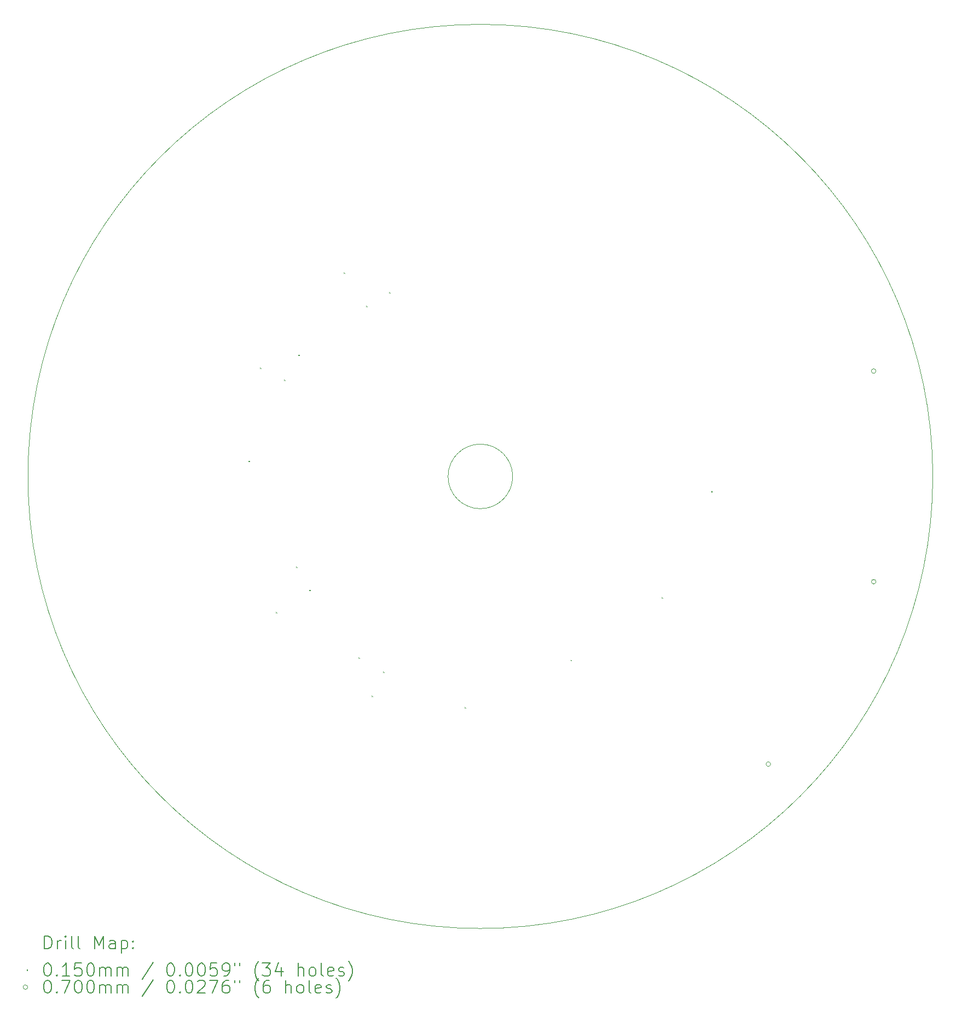
<source format=gbr>
%TF.GenerationSoftware,KiCad,Pcbnew,7.99.0-3356-g00904e8e23*%
%TF.CreationDate,2023-10-26T14:27:02+05:30*%
%TF.ProjectId,kimotor-project,6b696d6f-746f-4722-9d70-726f6a656374,rev?*%
%TF.SameCoordinates,Original*%
%TF.FileFunction,Drillmap*%
%TF.FilePolarity,Positive*%
%FSLAX45Y45*%
G04 Gerber Fmt 4.5, Leading zero omitted, Abs format (unit mm)*
G04 Created by KiCad (PCBNEW 7.99.0-3356-g00904e8e23) date 2023-10-26 14:27:02*
%MOMM*%
%LPD*%
G01*
G04 APERTURE LIST*
%ADD10C,0.100000*%
%ADD11C,0.200000*%
G04 APERTURE END LIST*
D10*
X500000Y0D02*
G75*
G02*
X500000Y0I-500000J0D01*
G01*
X7000000Y0D02*
G75*
G02*
X7000000Y0I-7000000J0D01*
G01*
X7000000Y0D02*
G75*
G02*
X7000000Y0I-7000000J0D01*
G01*
X500000Y0D02*
G75*
G02*
X500000Y0I-500000J0D01*
G01*
D11*
D10*
X-3586221Y242062D02*
X-3571221Y227062D01*
X-3571221Y242062D02*
X-3586221Y227062D01*
X-3586221Y242062D02*
X-3571221Y227062D01*
X-3571221Y242062D02*
X-3586221Y227062D01*
X-3409518Y1685189D02*
X-3394518Y1670189D01*
X-3394518Y1685189D02*
X-3409518Y1670189D01*
X-3409518Y1685189D02*
X-3394518Y1670189D01*
X-3394518Y1685189D02*
X-3409518Y1670189D01*
X-3161430Y-2099889D02*
X-3146430Y-2114889D01*
X-3146430Y-2099889D02*
X-3161430Y-2114889D01*
X-3161430Y-2099889D02*
X-3146430Y-2114889D01*
X-3146430Y-2099889D02*
X-3161430Y-2114889D01*
X-3038571Y1502259D02*
X-3023571Y1487259D01*
X-3023571Y1502259D02*
X-3038571Y1487259D01*
X-3038571Y1502259D02*
X-3023571Y1487259D01*
X-3023571Y1502259D02*
X-3038571Y1487259D01*
X-2853098Y-1395794D02*
X-2838098Y-1410793D01*
X-2838098Y-1395794D02*
X-2853098Y-1410793D01*
X-2853098Y-1395794D02*
X-2838098Y-1410793D01*
X-2838098Y-1395794D02*
X-2853098Y-1410793D01*
X-2817535Y1885105D02*
X-2802535Y1870105D01*
X-2802535Y1885105D02*
X-2817535Y1870105D01*
X-2817535Y1885105D02*
X-2802535Y1870105D01*
X-2802535Y1885105D02*
X-2817535Y1870105D01*
X-2645587Y-1755213D02*
X-2630587Y-1770213D01*
X-2630587Y-1755213D02*
X-2645587Y-1770213D01*
X-2645587Y-1755213D02*
X-2630587Y-1770213D01*
X-2630587Y-1755213D02*
X-2645587Y-1770213D01*
X-2114889Y3161430D02*
X-2099889Y3146430D01*
X-2099889Y3161430D02*
X-2114889Y3146430D01*
X-2114889Y3161430D02*
X-2099889Y3146430D01*
X-2099889Y3161430D02*
X-2114889Y3146430D01*
X-1885105Y-2802535D02*
X-1870105Y-2817535D01*
X-1870105Y-2802535D02*
X-1885105Y-2817535D01*
X-1885105Y-2802535D02*
X-1870105Y-2817535D01*
X-1870105Y-2802535D02*
X-1885105Y-2817535D01*
X-1770213Y2645587D02*
X-1755213Y2630587D01*
X-1755213Y2645587D02*
X-1770213Y2630587D01*
X-1770213Y2645587D02*
X-1755213Y2630587D01*
X-1755213Y2645587D02*
X-1770213Y2630587D01*
X-1685189Y-3394518D02*
X-1670189Y-3409518D01*
X-1670189Y-3394518D02*
X-1685189Y-3409518D01*
X-1685189Y-3394518D02*
X-1670189Y-3409518D01*
X-1670189Y-3394518D02*
X-1685189Y-3409518D01*
X-1502259Y-3023571D02*
X-1487259Y-3038571D01*
X-1487259Y-3023571D02*
X-1502259Y-3038571D01*
X-1502259Y-3023571D02*
X-1487259Y-3038571D01*
X-1487259Y-3023571D02*
X-1502259Y-3038571D01*
X-1410793Y2853098D02*
X-1395794Y2838098D01*
X-1395794Y2853098D02*
X-1410793Y2838098D01*
X-1410793Y2853098D02*
X-1395794Y2838098D01*
X-1395794Y2853098D02*
X-1410793Y2838098D01*
X-242062Y-3571221D02*
X-227062Y-3586221D01*
X-227062Y-3571221D02*
X-242062Y-3586221D01*
X-242062Y-3571221D02*
X-227062Y-3586221D01*
X-227062Y-3571221D02*
X-242062Y-3586221D01*
X1395794Y-2838098D02*
X1410793Y-2853098D01*
X1410793Y-2838098D02*
X1395794Y-2853098D01*
X1395794Y-2838098D02*
X1410793Y-2853098D01*
X1410793Y-2838098D02*
X1395794Y-2853098D01*
X2802535Y-1870105D02*
X2817535Y-1885105D01*
X2817535Y-1870105D02*
X2802535Y-1885105D01*
X2802535Y-1870105D02*
X2817535Y-1885105D01*
X2817535Y-1870105D02*
X2802535Y-1885105D01*
X3571221Y-227062D02*
X3586221Y-242062D01*
X3586221Y-227062D02*
X3571221Y-242062D01*
X3571221Y-227062D02*
X3586221Y-242062D01*
X3586221Y-227062D02*
X3571221Y-242062D01*
X4489773Y-4454773D02*
G75*
G02*
X4489773Y-4454773I-35000J0D01*
G01*
X4489773Y-4454773D02*
G75*
G02*
X4489773Y-4454773I-35000J0D01*
G01*
X6120333Y1630560D02*
G75*
G02*
X6120333Y1630560I-35000J0D01*
G01*
X6120333Y1630560D02*
G75*
G02*
X6120333Y1630560I-35000J0D01*
G01*
X6120333Y-1630560D02*
G75*
G02*
X6120333Y-1630560I-35000J0D01*
G01*
X6120333Y-1630560D02*
G75*
G02*
X6120333Y-1630560I-35000J0D01*
G01*
D11*
X-6744223Y-7316484D02*
X-6744223Y-7116484D01*
X-6744223Y-7116484D02*
X-6696604Y-7116484D01*
X-6696604Y-7116484D02*
X-6668033Y-7126008D01*
X-6668033Y-7126008D02*
X-6648985Y-7145055D01*
X-6648985Y-7145055D02*
X-6639461Y-7164103D01*
X-6639461Y-7164103D02*
X-6629937Y-7202198D01*
X-6629937Y-7202198D02*
X-6629937Y-7230769D01*
X-6629937Y-7230769D02*
X-6639461Y-7268865D01*
X-6639461Y-7268865D02*
X-6648985Y-7287912D01*
X-6648985Y-7287912D02*
X-6668033Y-7306960D01*
X-6668033Y-7306960D02*
X-6696604Y-7316484D01*
X-6696604Y-7316484D02*
X-6744223Y-7316484D01*
X-6544223Y-7316484D02*
X-6544223Y-7183150D01*
X-6544223Y-7221246D02*
X-6534699Y-7202198D01*
X-6534699Y-7202198D02*
X-6525175Y-7192674D01*
X-6525175Y-7192674D02*
X-6506128Y-7183150D01*
X-6506128Y-7183150D02*
X-6487080Y-7183150D01*
X-6420414Y-7316484D02*
X-6420414Y-7183150D01*
X-6420414Y-7116484D02*
X-6429937Y-7126008D01*
X-6429937Y-7126008D02*
X-6420414Y-7135531D01*
X-6420414Y-7135531D02*
X-6410890Y-7126008D01*
X-6410890Y-7126008D02*
X-6420414Y-7116484D01*
X-6420414Y-7116484D02*
X-6420414Y-7135531D01*
X-6296604Y-7316484D02*
X-6315652Y-7306960D01*
X-6315652Y-7306960D02*
X-6325175Y-7287912D01*
X-6325175Y-7287912D02*
X-6325175Y-7116484D01*
X-6191842Y-7316484D02*
X-6210890Y-7306960D01*
X-6210890Y-7306960D02*
X-6220414Y-7287912D01*
X-6220414Y-7287912D02*
X-6220414Y-7116484D01*
X-5963271Y-7316484D02*
X-5963271Y-7116484D01*
X-5963271Y-7116484D02*
X-5896604Y-7259341D01*
X-5896604Y-7259341D02*
X-5829937Y-7116484D01*
X-5829937Y-7116484D02*
X-5829937Y-7316484D01*
X-5648985Y-7316484D02*
X-5648985Y-7211722D01*
X-5648985Y-7211722D02*
X-5658509Y-7192674D01*
X-5658509Y-7192674D02*
X-5677556Y-7183150D01*
X-5677556Y-7183150D02*
X-5715652Y-7183150D01*
X-5715652Y-7183150D02*
X-5734699Y-7192674D01*
X-5648985Y-7306960D02*
X-5668033Y-7316484D01*
X-5668033Y-7316484D02*
X-5715652Y-7316484D01*
X-5715652Y-7316484D02*
X-5734699Y-7306960D01*
X-5734699Y-7306960D02*
X-5744223Y-7287912D01*
X-5744223Y-7287912D02*
X-5744223Y-7268865D01*
X-5744223Y-7268865D02*
X-5734699Y-7249817D01*
X-5734699Y-7249817D02*
X-5715652Y-7240293D01*
X-5715652Y-7240293D02*
X-5668033Y-7240293D01*
X-5668033Y-7240293D02*
X-5648985Y-7230769D01*
X-5553747Y-7183150D02*
X-5553747Y-7383150D01*
X-5553747Y-7192674D02*
X-5534699Y-7183150D01*
X-5534699Y-7183150D02*
X-5496604Y-7183150D01*
X-5496604Y-7183150D02*
X-5477556Y-7192674D01*
X-5477556Y-7192674D02*
X-5468033Y-7202198D01*
X-5468033Y-7202198D02*
X-5458509Y-7221246D01*
X-5458509Y-7221246D02*
X-5458509Y-7278388D01*
X-5458509Y-7278388D02*
X-5468033Y-7297436D01*
X-5468033Y-7297436D02*
X-5477556Y-7306960D01*
X-5477556Y-7306960D02*
X-5496604Y-7316484D01*
X-5496604Y-7316484D02*
X-5534699Y-7316484D01*
X-5534699Y-7316484D02*
X-5553747Y-7306960D01*
X-5372795Y-7297436D02*
X-5363271Y-7306960D01*
X-5363271Y-7306960D02*
X-5372795Y-7316484D01*
X-5372795Y-7316484D02*
X-5382318Y-7306960D01*
X-5382318Y-7306960D02*
X-5372795Y-7297436D01*
X-5372795Y-7297436D02*
X-5372795Y-7316484D01*
X-5372795Y-7192674D02*
X-5363271Y-7202198D01*
X-5363271Y-7202198D02*
X-5372795Y-7211722D01*
X-5372795Y-7211722D02*
X-5382318Y-7202198D01*
X-5382318Y-7202198D02*
X-5372795Y-7192674D01*
X-5372795Y-7192674D02*
X-5372795Y-7211722D01*
D10*
X-7020000Y-7637500D02*
X-7005000Y-7652500D01*
X-7005000Y-7637500D02*
X-7020000Y-7652500D01*
D11*
X-6706128Y-7536484D02*
X-6687080Y-7536484D01*
X-6687080Y-7536484D02*
X-6668033Y-7546008D01*
X-6668033Y-7546008D02*
X-6658509Y-7555531D01*
X-6658509Y-7555531D02*
X-6648985Y-7574579D01*
X-6648985Y-7574579D02*
X-6639461Y-7612674D01*
X-6639461Y-7612674D02*
X-6639461Y-7660293D01*
X-6639461Y-7660293D02*
X-6648985Y-7698388D01*
X-6648985Y-7698388D02*
X-6658509Y-7717436D01*
X-6658509Y-7717436D02*
X-6668033Y-7726960D01*
X-6668033Y-7726960D02*
X-6687080Y-7736484D01*
X-6687080Y-7736484D02*
X-6706128Y-7736484D01*
X-6706128Y-7736484D02*
X-6725175Y-7726960D01*
X-6725175Y-7726960D02*
X-6734699Y-7717436D01*
X-6734699Y-7717436D02*
X-6744223Y-7698388D01*
X-6744223Y-7698388D02*
X-6753747Y-7660293D01*
X-6753747Y-7660293D02*
X-6753747Y-7612674D01*
X-6753747Y-7612674D02*
X-6744223Y-7574579D01*
X-6744223Y-7574579D02*
X-6734699Y-7555531D01*
X-6734699Y-7555531D02*
X-6725175Y-7546008D01*
X-6725175Y-7546008D02*
X-6706128Y-7536484D01*
X-6553747Y-7717436D02*
X-6544223Y-7726960D01*
X-6544223Y-7726960D02*
X-6553747Y-7736484D01*
X-6553747Y-7736484D02*
X-6563271Y-7726960D01*
X-6563271Y-7726960D02*
X-6553747Y-7717436D01*
X-6553747Y-7717436D02*
X-6553747Y-7736484D01*
X-6353747Y-7736484D02*
X-6468033Y-7736484D01*
X-6410890Y-7736484D02*
X-6410890Y-7536484D01*
X-6410890Y-7536484D02*
X-6429937Y-7565055D01*
X-6429937Y-7565055D02*
X-6448985Y-7584103D01*
X-6448985Y-7584103D02*
X-6468033Y-7593627D01*
X-6172794Y-7536484D02*
X-6268033Y-7536484D01*
X-6268033Y-7536484D02*
X-6277556Y-7631722D01*
X-6277556Y-7631722D02*
X-6268033Y-7622198D01*
X-6268033Y-7622198D02*
X-6248985Y-7612674D01*
X-6248985Y-7612674D02*
X-6201366Y-7612674D01*
X-6201366Y-7612674D02*
X-6182318Y-7622198D01*
X-6182318Y-7622198D02*
X-6172794Y-7631722D01*
X-6172794Y-7631722D02*
X-6163271Y-7650769D01*
X-6163271Y-7650769D02*
X-6163271Y-7698388D01*
X-6163271Y-7698388D02*
X-6172794Y-7717436D01*
X-6172794Y-7717436D02*
X-6182318Y-7726960D01*
X-6182318Y-7726960D02*
X-6201366Y-7736484D01*
X-6201366Y-7736484D02*
X-6248985Y-7736484D01*
X-6248985Y-7736484D02*
X-6268033Y-7726960D01*
X-6268033Y-7726960D02*
X-6277556Y-7717436D01*
X-6039461Y-7536484D02*
X-6020413Y-7536484D01*
X-6020413Y-7536484D02*
X-6001366Y-7546008D01*
X-6001366Y-7546008D02*
X-5991842Y-7555531D01*
X-5991842Y-7555531D02*
X-5982318Y-7574579D01*
X-5982318Y-7574579D02*
X-5972794Y-7612674D01*
X-5972794Y-7612674D02*
X-5972794Y-7660293D01*
X-5972794Y-7660293D02*
X-5982318Y-7698388D01*
X-5982318Y-7698388D02*
X-5991842Y-7717436D01*
X-5991842Y-7717436D02*
X-6001366Y-7726960D01*
X-6001366Y-7726960D02*
X-6020413Y-7736484D01*
X-6020413Y-7736484D02*
X-6039461Y-7736484D01*
X-6039461Y-7736484D02*
X-6058509Y-7726960D01*
X-6058509Y-7726960D02*
X-6068033Y-7717436D01*
X-6068033Y-7717436D02*
X-6077556Y-7698388D01*
X-6077556Y-7698388D02*
X-6087080Y-7660293D01*
X-6087080Y-7660293D02*
X-6087080Y-7612674D01*
X-6087080Y-7612674D02*
X-6077556Y-7574579D01*
X-6077556Y-7574579D02*
X-6068033Y-7555531D01*
X-6068033Y-7555531D02*
X-6058509Y-7546008D01*
X-6058509Y-7546008D02*
X-6039461Y-7536484D01*
X-5887080Y-7736484D02*
X-5887080Y-7603150D01*
X-5887080Y-7622198D02*
X-5877556Y-7612674D01*
X-5877556Y-7612674D02*
X-5858509Y-7603150D01*
X-5858509Y-7603150D02*
X-5829937Y-7603150D01*
X-5829937Y-7603150D02*
X-5810890Y-7612674D01*
X-5810890Y-7612674D02*
X-5801366Y-7631722D01*
X-5801366Y-7631722D02*
X-5801366Y-7736484D01*
X-5801366Y-7631722D02*
X-5791842Y-7612674D01*
X-5791842Y-7612674D02*
X-5772794Y-7603150D01*
X-5772794Y-7603150D02*
X-5744223Y-7603150D01*
X-5744223Y-7603150D02*
X-5725175Y-7612674D01*
X-5725175Y-7612674D02*
X-5715652Y-7631722D01*
X-5715652Y-7631722D02*
X-5715652Y-7736484D01*
X-5620413Y-7736484D02*
X-5620413Y-7603150D01*
X-5620413Y-7622198D02*
X-5610890Y-7612674D01*
X-5610890Y-7612674D02*
X-5591842Y-7603150D01*
X-5591842Y-7603150D02*
X-5563271Y-7603150D01*
X-5563271Y-7603150D02*
X-5544223Y-7612674D01*
X-5544223Y-7612674D02*
X-5534699Y-7631722D01*
X-5534699Y-7631722D02*
X-5534699Y-7736484D01*
X-5534699Y-7631722D02*
X-5525175Y-7612674D01*
X-5525175Y-7612674D02*
X-5506128Y-7603150D01*
X-5506128Y-7603150D02*
X-5477556Y-7603150D01*
X-5477556Y-7603150D02*
X-5458509Y-7612674D01*
X-5458509Y-7612674D02*
X-5448985Y-7631722D01*
X-5448985Y-7631722D02*
X-5448985Y-7736484D01*
X-5058509Y-7526960D02*
X-5229937Y-7784103D01*
X-4801366Y-7536484D02*
X-4782318Y-7536484D01*
X-4782318Y-7536484D02*
X-4763271Y-7546008D01*
X-4763271Y-7546008D02*
X-4753747Y-7555531D01*
X-4753747Y-7555531D02*
X-4744223Y-7574579D01*
X-4744223Y-7574579D02*
X-4734699Y-7612674D01*
X-4734699Y-7612674D02*
X-4734699Y-7660293D01*
X-4734699Y-7660293D02*
X-4744223Y-7698388D01*
X-4744223Y-7698388D02*
X-4753747Y-7717436D01*
X-4753747Y-7717436D02*
X-4763271Y-7726960D01*
X-4763271Y-7726960D02*
X-4782318Y-7736484D01*
X-4782318Y-7736484D02*
X-4801366Y-7736484D01*
X-4801366Y-7736484D02*
X-4820413Y-7726960D01*
X-4820413Y-7726960D02*
X-4829937Y-7717436D01*
X-4829937Y-7717436D02*
X-4839461Y-7698388D01*
X-4839461Y-7698388D02*
X-4848985Y-7660293D01*
X-4848985Y-7660293D02*
X-4848985Y-7612674D01*
X-4848985Y-7612674D02*
X-4839461Y-7574579D01*
X-4839461Y-7574579D02*
X-4829937Y-7555531D01*
X-4829937Y-7555531D02*
X-4820413Y-7546008D01*
X-4820413Y-7546008D02*
X-4801366Y-7536484D01*
X-4648985Y-7717436D02*
X-4639461Y-7726960D01*
X-4639461Y-7726960D02*
X-4648985Y-7736484D01*
X-4648985Y-7736484D02*
X-4658509Y-7726960D01*
X-4658509Y-7726960D02*
X-4648985Y-7717436D01*
X-4648985Y-7717436D02*
X-4648985Y-7736484D01*
X-4515652Y-7536484D02*
X-4496604Y-7536484D01*
X-4496604Y-7536484D02*
X-4477556Y-7546008D01*
X-4477556Y-7546008D02*
X-4468032Y-7555531D01*
X-4468032Y-7555531D02*
X-4458509Y-7574579D01*
X-4458509Y-7574579D02*
X-4448985Y-7612674D01*
X-4448985Y-7612674D02*
X-4448985Y-7660293D01*
X-4448985Y-7660293D02*
X-4458509Y-7698388D01*
X-4458509Y-7698388D02*
X-4468032Y-7717436D01*
X-4468032Y-7717436D02*
X-4477556Y-7726960D01*
X-4477556Y-7726960D02*
X-4496604Y-7736484D01*
X-4496604Y-7736484D02*
X-4515652Y-7736484D01*
X-4515652Y-7736484D02*
X-4534699Y-7726960D01*
X-4534699Y-7726960D02*
X-4544223Y-7717436D01*
X-4544223Y-7717436D02*
X-4553747Y-7698388D01*
X-4553747Y-7698388D02*
X-4563271Y-7660293D01*
X-4563271Y-7660293D02*
X-4563271Y-7612674D01*
X-4563271Y-7612674D02*
X-4553747Y-7574579D01*
X-4553747Y-7574579D02*
X-4544223Y-7555531D01*
X-4544223Y-7555531D02*
X-4534699Y-7546008D01*
X-4534699Y-7546008D02*
X-4515652Y-7536484D01*
X-4325175Y-7536484D02*
X-4306128Y-7536484D01*
X-4306128Y-7536484D02*
X-4287080Y-7546008D01*
X-4287080Y-7546008D02*
X-4277556Y-7555531D01*
X-4277556Y-7555531D02*
X-4268032Y-7574579D01*
X-4268032Y-7574579D02*
X-4258509Y-7612674D01*
X-4258509Y-7612674D02*
X-4258509Y-7660293D01*
X-4258509Y-7660293D02*
X-4268032Y-7698388D01*
X-4268032Y-7698388D02*
X-4277556Y-7717436D01*
X-4277556Y-7717436D02*
X-4287080Y-7726960D01*
X-4287080Y-7726960D02*
X-4306128Y-7736484D01*
X-4306128Y-7736484D02*
X-4325175Y-7736484D01*
X-4325175Y-7736484D02*
X-4344223Y-7726960D01*
X-4344223Y-7726960D02*
X-4353747Y-7717436D01*
X-4353747Y-7717436D02*
X-4363271Y-7698388D01*
X-4363271Y-7698388D02*
X-4372794Y-7660293D01*
X-4372794Y-7660293D02*
X-4372794Y-7612674D01*
X-4372794Y-7612674D02*
X-4363271Y-7574579D01*
X-4363271Y-7574579D02*
X-4353747Y-7555531D01*
X-4353747Y-7555531D02*
X-4344223Y-7546008D01*
X-4344223Y-7546008D02*
X-4325175Y-7536484D01*
X-4077556Y-7536484D02*
X-4172794Y-7536484D01*
X-4172794Y-7536484D02*
X-4182318Y-7631722D01*
X-4182318Y-7631722D02*
X-4172794Y-7622198D01*
X-4172794Y-7622198D02*
X-4153747Y-7612674D01*
X-4153747Y-7612674D02*
X-4106128Y-7612674D01*
X-4106128Y-7612674D02*
X-4087080Y-7622198D01*
X-4087080Y-7622198D02*
X-4077556Y-7631722D01*
X-4077556Y-7631722D02*
X-4068032Y-7650769D01*
X-4068032Y-7650769D02*
X-4068032Y-7698388D01*
X-4068032Y-7698388D02*
X-4077556Y-7717436D01*
X-4077556Y-7717436D02*
X-4087080Y-7726960D01*
X-4087080Y-7726960D02*
X-4106128Y-7736484D01*
X-4106128Y-7736484D02*
X-4153747Y-7736484D01*
X-4153747Y-7736484D02*
X-4172794Y-7726960D01*
X-4172794Y-7726960D02*
X-4182318Y-7717436D01*
X-3972794Y-7736484D02*
X-3934699Y-7736484D01*
X-3934699Y-7736484D02*
X-3915651Y-7726960D01*
X-3915651Y-7726960D02*
X-3906128Y-7717436D01*
X-3906128Y-7717436D02*
X-3887080Y-7688865D01*
X-3887080Y-7688865D02*
X-3877556Y-7650769D01*
X-3877556Y-7650769D02*
X-3877556Y-7574579D01*
X-3877556Y-7574579D02*
X-3887080Y-7555531D01*
X-3887080Y-7555531D02*
X-3896604Y-7546008D01*
X-3896604Y-7546008D02*
X-3915651Y-7536484D01*
X-3915651Y-7536484D02*
X-3953747Y-7536484D01*
X-3953747Y-7536484D02*
X-3972794Y-7546008D01*
X-3972794Y-7546008D02*
X-3982318Y-7555531D01*
X-3982318Y-7555531D02*
X-3991842Y-7574579D01*
X-3991842Y-7574579D02*
X-3991842Y-7622198D01*
X-3991842Y-7622198D02*
X-3982318Y-7641246D01*
X-3982318Y-7641246D02*
X-3972794Y-7650769D01*
X-3972794Y-7650769D02*
X-3953747Y-7660293D01*
X-3953747Y-7660293D02*
X-3915651Y-7660293D01*
X-3915651Y-7660293D02*
X-3896604Y-7650769D01*
X-3896604Y-7650769D02*
X-3887080Y-7641246D01*
X-3887080Y-7641246D02*
X-3877556Y-7622198D01*
X-3801366Y-7536484D02*
X-3801366Y-7574579D01*
X-3725175Y-7536484D02*
X-3725175Y-7574579D01*
X-3429937Y-7812674D02*
X-3439461Y-7803150D01*
X-3439461Y-7803150D02*
X-3458508Y-7774579D01*
X-3458508Y-7774579D02*
X-3468032Y-7755531D01*
X-3468032Y-7755531D02*
X-3477556Y-7726960D01*
X-3477556Y-7726960D02*
X-3487080Y-7679341D01*
X-3487080Y-7679341D02*
X-3487080Y-7641246D01*
X-3487080Y-7641246D02*
X-3477556Y-7593627D01*
X-3477556Y-7593627D02*
X-3468032Y-7565055D01*
X-3468032Y-7565055D02*
X-3458508Y-7546008D01*
X-3458508Y-7546008D02*
X-3439461Y-7517436D01*
X-3439461Y-7517436D02*
X-3429937Y-7507912D01*
X-3372794Y-7536484D02*
X-3248985Y-7536484D01*
X-3248985Y-7536484D02*
X-3315651Y-7612674D01*
X-3315651Y-7612674D02*
X-3287080Y-7612674D01*
X-3287080Y-7612674D02*
X-3268032Y-7622198D01*
X-3268032Y-7622198D02*
X-3258508Y-7631722D01*
X-3258508Y-7631722D02*
X-3248985Y-7650769D01*
X-3248985Y-7650769D02*
X-3248985Y-7698388D01*
X-3248985Y-7698388D02*
X-3258508Y-7717436D01*
X-3258508Y-7717436D02*
X-3268032Y-7726960D01*
X-3268032Y-7726960D02*
X-3287080Y-7736484D01*
X-3287080Y-7736484D02*
X-3344223Y-7736484D01*
X-3344223Y-7736484D02*
X-3363270Y-7726960D01*
X-3363270Y-7726960D02*
X-3372794Y-7717436D01*
X-3077556Y-7603150D02*
X-3077556Y-7736484D01*
X-3125175Y-7526960D02*
X-3172794Y-7669817D01*
X-3172794Y-7669817D02*
X-3048985Y-7669817D01*
X-2820413Y-7736484D02*
X-2820413Y-7536484D01*
X-2734699Y-7736484D02*
X-2734699Y-7631722D01*
X-2734699Y-7631722D02*
X-2744223Y-7612674D01*
X-2744223Y-7612674D02*
X-2763270Y-7603150D01*
X-2763270Y-7603150D02*
X-2791842Y-7603150D01*
X-2791842Y-7603150D02*
X-2810889Y-7612674D01*
X-2810889Y-7612674D02*
X-2820413Y-7622198D01*
X-2610889Y-7736484D02*
X-2629937Y-7726960D01*
X-2629937Y-7726960D02*
X-2639461Y-7717436D01*
X-2639461Y-7717436D02*
X-2648985Y-7698388D01*
X-2648985Y-7698388D02*
X-2648985Y-7641246D01*
X-2648985Y-7641246D02*
X-2639461Y-7622198D01*
X-2639461Y-7622198D02*
X-2629937Y-7612674D01*
X-2629937Y-7612674D02*
X-2610889Y-7603150D01*
X-2610889Y-7603150D02*
X-2582318Y-7603150D01*
X-2582318Y-7603150D02*
X-2563270Y-7612674D01*
X-2563270Y-7612674D02*
X-2553747Y-7622198D01*
X-2553747Y-7622198D02*
X-2544223Y-7641246D01*
X-2544223Y-7641246D02*
X-2544223Y-7698388D01*
X-2544223Y-7698388D02*
X-2553747Y-7717436D01*
X-2553747Y-7717436D02*
X-2563270Y-7726960D01*
X-2563270Y-7726960D02*
X-2582318Y-7736484D01*
X-2582318Y-7736484D02*
X-2610889Y-7736484D01*
X-2429937Y-7736484D02*
X-2448985Y-7726960D01*
X-2448985Y-7726960D02*
X-2458508Y-7707912D01*
X-2458508Y-7707912D02*
X-2458508Y-7536484D01*
X-2277556Y-7726960D02*
X-2296604Y-7736484D01*
X-2296604Y-7736484D02*
X-2334699Y-7736484D01*
X-2334699Y-7736484D02*
X-2353747Y-7726960D01*
X-2353747Y-7726960D02*
X-2363270Y-7707912D01*
X-2363270Y-7707912D02*
X-2363270Y-7631722D01*
X-2363270Y-7631722D02*
X-2353747Y-7612674D01*
X-2353747Y-7612674D02*
X-2334699Y-7603150D01*
X-2334699Y-7603150D02*
X-2296604Y-7603150D01*
X-2296604Y-7603150D02*
X-2277556Y-7612674D01*
X-2277556Y-7612674D02*
X-2268032Y-7631722D01*
X-2268032Y-7631722D02*
X-2268032Y-7650769D01*
X-2268032Y-7650769D02*
X-2363270Y-7669817D01*
X-2191842Y-7726960D02*
X-2172794Y-7736484D01*
X-2172794Y-7736484D02*
X-2134699Y-7736484D01*
X-2134699Y-7736484D02*
X-2115651Y-7726960D01*
X-2115651Y-7726960D02*
X-2106127Y-7707912D01*
X-2106127Y-7707912D02*
X-2106127Y-7698388D01*
X-2106127Y-7698388D02*
X-2115651Y-7679341D01*
X-2115651Y-7679341D02*
X-2134699Y-7669817D01*
X-2134699Y-7669817D02*
X-2163270Y-7669817D01*
X-2163270Y-7669817D02*
X-2182318Y-7660293D01*
X-2182318Y-7660293D02*
X-2191842Y-7641246D01*
X-2191842Y-7641246D02*
X-2191842Y-7631722D01*
X-2191842Y-7631722D02*
X-2182318Y-7612674D01*
X-2182318Y-7612674D02*
X-2163270Y-7603150D01*
X-2163270Y-7603150D02*
X-2134699Y-7603150D01*
X-2134699Y-7603150D02*
X-2115651Y-7612674D01*
X-2039461Y-7812674D02*
X-2029937Y-7803150D01*
X-2029937Y-7803150D02*
X-2010889Y-7774579D01*
X-2010889Y-7774579D02*
X-2001365Y-7755531D01*
X-2001365Y-7755531D02*
X-1991842Y-7726960D01*
X-1991842Y-7726960D02*
X-1982318Y-7679341D01*
X-1982318Y-7679341D02*
X-1982318Y-7641246D01*
X-1982318Y-7641246D02*
X-1991842Y-7593627D01*
X-1991842Y-7593627D02*
X-2001365Y-7565055D01*
X-2001365Y-7565055D02*
X-2010889Y-7546008D01*
X-2010889Y-7546008D02*
X-2029937Y-7517436D01*
X-2029937Y-7517436D02*
X-2039461Y-7507912D01*
D10*
X-7005000Y-7909000D02*
G75*
G02*
X-7005000Y-7909000I-35000J0D01*
G01*
D11*
X-6706128Y-7800484D02*
X-6687080Y-7800484D01*
X-6687080Y-7800484D02*
X-6668033Y-7810008D01*
X-6668033Y-7810008D02*
X-6658509Y-7819531D01*
X-6658509Y-7819531D02*
X-6648985Y-7838579D01*
X-6648985Y-7838579D02*
X-6639461Y-7876674D01*
X-6639461Y-7876674D02*
X-6639461Y-7924293D01*
X-6639461Y-7924293D02*
X-6648985Y-7962388D01*
X-6648985Y-7962388D02*
X-6658509Y-7981436D01*
X-6658509Y-7981436D02*
X-6668033Y-7990960D01*
X-6668033Y-7990960D02*
X-6687080Y-8000484D01*
X-6687080Y-8000484D02*
X-6706128Y-8000484D01*
X-6706128Y-8000484D02*
X-6725175Y-7990960D01*
X-6725175Y-7990960D02*
X-6734699Y-7981436D01*
X-6734699Y-7981436D02*
X-6744223Y-7962388D01*
X-6744223Y-7962388D02*
X-6753747Y-7924293D01*
X-6753747Y-7924293D02*
X-6753747Y-7876674D01*
X-6753747Y-7876674D02*
X-6744223Y-7838579D01*
X-6744223Y-7838579D02*
X-6734699Y-7819531D01*
X-6734699Y-7819531D02*
X-6725175Y-7810008D01*
X-6725175Y-7810008D02*
X-6706128Y-7800484D01*
X-6553747Y-7981436D02*
X-6544223Y-7990960D01*
X-6544223Y-7990960D02*
X-6553747Y-8000484D01*
X-6553747Y-8000484D02*
X-6563271Y-7990960D01*
X-6563271Y-7990960D02*
X-6553747Y-7981436D01*
X-6553747Y-7981436D02*
X-6553747Y-8000484D01*
X-6477556Y-7800484D02*
X-6344223Y-7800484D01*
X-6344223Y-7800484D02*
X-6429937Y-8000484D01*
X-6229937Y-7800484D02*
X-6210890Y-7800484D01*
X-6210890Y-7800484D02*
X-6191842Y-7810008D01*
X-6191842Y-7810008D02*
X-6182318Y-7819531D01*
X-6182318Y-7819531D02*
X-6172794Y-7838579D01*
X-6172794Y-7838579D02*
X-6163271Y-7876674D01*
X-6163271Y-7876674D02*
X-6163271Y-7924293D01*
X-6163271Y-7924293D02*
X-6172794Y-7962388D01*
X-6172794Y-7962388D02*
X-6182318Y-7981436D01*
X-6182318Y-7981436D02*
X-6191842Y-7990960D01*
X-6191842Y-7990960D02*
X-6210890Y-8000484D01*
X-6210890Y-8000484D02*
X-6229937Y-8000484D01*
X-6229937Y-8000484D02*
X-6248985Y-7990960D01*
X-6248985Y-7990960D02*
X-6258509Y-7981436D01*
X-6258509Y-7981436D02*
X-6268033Y-7962388D01*
X-6268033Y-7962388D02*
X-6277556Y-7924293D01*
X-6277556Y-7924293D02*
X-6277556Y-7876674D01*
X-6277556Y-7876674D02*
X-6268033Y-7838579D01*
X-6268033Y-7838579D02*
X-6258509Y-7819531D01*
X-6258509Y-7819531D02*
X-6248985Y-7810008D01*
X-6248985Y-7810008D02*
X-6229937Y-7800484D01*
X-6039461Y-7800484D02*
X-6020413Y-7800484D01*
X-6020413Y-7800484D02*
X-6001366Y-7810008D01*
X-6001366Y-7810008D02*
X-5991842Y-7819531D01*
X-5991842Y-7819531D02*
X-5982318Y-7838579D01*
X-5982318Y-7838579D02*
X-5972794Y-7876674D01*
X-5972794Y-7876674D02*
X-5972794Y-7924293D01*
X-5972794Y-7924293D02*
X-5982318Y-7962388D01*
X-5982318Y-7962388D02*
X-5991842Y-7981436D01*
X-5991842Y-7981436D02*
X-6001366Y-7990960D01*
X-6001366Y-7990960D02*
X-6020413Y-8000484D01*
X-6020413Y-8000484D02*
X-6039461Y-8000484D01*
X-6039461Y-8000484D02*
X-6058509Y-7990960D01*
X-6058509Y-7990960D02*
X-6068033Y-7981436D01*
X-6068033Y-7981436D02*
X-6077556Y-7962388D01*
X-6077556Y-7962388D02*
X-6087080Y-7924293D01*
X-6087080Y-7924293D02*
X-6087080Y-7876674D01*
X-6087080Y-7876674D02*
X-6077556Y-7838579D01*
X-6077556Y-7838579D02*
X-6068033Y-7819531D01*
X-6068033Y-7819531D02*
X-6058509Y-7810008D01*
X-6058509Y-7810008D02*
X-6039461Y-7800484D01*
X-5887080Y-8000484D02*
X-5887080Y-7867150D01*
X-5887080Y-7886198D02*
X-5877556Y-7876674D01*
X-5877556Y-7876674D02*
X-5858509Y-7867150D01*
X-5858509Y-7867150D02*
X-5829937Y-7867150D01*
X-5829937Y-7867150D02*
X-5810890Y-7876674D01*
X-5810890Y-7876674D02*
X-5801366Y-7895722D01*
X-5801366Y-7895722D02*
X-5801366Y-8000484D01*
X-5801366Y-7895722D02*
X-5791842Y-7876674D01*
X-5791842Y-7876674D02*
X-5772794Y-7867150D01*
X-5772794Y-7867150D02*
X-5744223Y-7867150D01*
X-5744223Y-7867150D02*
X-5725175Y-7876674D01*
X-5725175Y-7876674D02*
X-5715652Y-7895722D01*
X-5715652Y-7895722D02*
X-5715652Y-8000484D01*
X-5620413Y-8000484D02*
X-5620413Y-7867150D01*
X-5620413Y-7886198D02*
X-5610890Y-7876674D01*
X-5610890Y-7876674D02*
X-5591842Y-7867150D01*
X-5591842Y-7867150D02*
X-5563271Y-7867150D01*
X-5563271Y-7867150D02*
X-5544223Y-7876674D01*
X-5544223Y-7876674D02*
X-5534699Y-7895722D01*
X-5534699Y-7895722D02*
X-5534699Y-8000484D01*
X-5534699Y-7895722D02*
X-5525175Y-7876674D01*
X-5525175Y-7876674D02*
X-5506128Y-7867150D01*
X-5506128Y-7867150D02*
X-5477556Y-7867150D01*
X-5477556Y-7867150D02*
X-5458509Y-7876674D01*
X-5458509Y-7876674D02*
X-5448985Y-7895722D01*
X-5448985Y-7895722D02*
X-5448985Y-8000484D01*
X-5058509Y-7790960D02*
X-5229937Y-8048103D01*
X-4801366Y-7800484D02*
X-4782318Y-7800484D01*
X-4782318Y-7800484D02*
X-4763271Y-7810008D01*
X-4763271Y-7810008D02*
X-4753747Y-7819531D01*
X-4753747Y-7819531D02*
X-4744223Y-7838579D01*
X-4744223Y-7838579D02*
X-4734699Y-7876674D01*
X-4734699Y-7876674D02*
X-4734699Y-7924293D01*
X-4734699Y-7924293D02*
X-4744223Y-7962388D01*
X-4744223Y-7962388D02*
X-4753747Y-7981436D01*
X-4753747Y-7981436D02*
X-4763271Y-7990960D01*
X-4763271Y-7990960D02*
X-4782318Y-8000484D01*
X-4782318Y-8000484D02*
X-4801366Y-8000484D01*
X-4801366Y-8000484D02*
X-4820413Y-7990960D01*
X-4820413Y-7990960D02*
X-4829937Y-7981436D01*
X-4829937Y-7981436D02*
X-4839461Y-7962388D01*
X-4839461Y-7962388D02*
X-4848985Y-7924293D01*
X-4848985Y-7924293D02*
X-4848985Y-7876674D01*
X-4848985Y-7876674D02*
X-4839461Y-7838579D01*
X-4839461Y-7838579D02*
X-4829937Y-7819531D01*
X-4829937Y-7819531D02*
X-4820413Y-7810008D01*
X-4820413Y-7810008D02*
X-4801366Y-7800484D01*
X-4648985Y-7981436D02*
X-4639461Y-7990960D01*
X-4639461Y-7990960D02*
X-4648985Y-8000484D01*
X-4648985Y-8000484D02*
X-4658509Y-7990960D01*
X-4658509Y-7990960D02*
X-4648985Y-7981436D01*
X-4648985Y-7981436D02*
X-4648985Y-8000484D01*
X-4515652Y-7800484D02*
X-4496604Y-7800484D01*
X-4496604Y-7800484D02*
X-4477556Y-7810008D01*
X-4477556Y-7810008D02*
X-4468032Y-7819531D01*
X-4468032Y-7819531D02*
X-4458509Y-7838579D01*
X-4458509Y-7838579D02*
X-4448985Y-7876674D01*
X-4448985Y-7876674D02*
X-4448985Y-7924293D01*
X-4448985Y-7924293D02*
X-4458509Y-7962388D01*
X-4458509Y-7962388D02*
X-4468032Y-7981436D01*
X-4468032Y-7981436D02*
X-4477556Y-7990960D01*
X-4477556Y-7990960D02*
X-4496604Y-8000484D01*
X-4496604Y-8000484D02*
X-4515652Y-8000484D01*
X-4515652Y-8000484D02*
X-4534699Y-7990960D01*
X-4534699Y-7990960D02*
X-4544223Y-7981436D01*
X-4544223Y-7981436D02*
X-4553747Y-7962388D01*
X-4553747Y-7962388D02*
X-4563271Y-7924293D01*
X-4563271Y-7924293D02*
X-4563271Y-7876674D01*
X-4563271Y-7876674D02*
X-4553747Y-7838579D01*
X-4553747Y-7838579D02*
X-4544223Y-7819531D01*
X-4544223Y-7819531D02*
X-4534699Y-7810008D01*
X-4534699Y-7810008D02*
X-4515652Y-7800484D01*
X-4372794Y-7819531D02*
X-4363271Y-7810008D01*
X-4363271Y-7810008D02*
X-4344223Y-7800484D01*
X-4344223Y-7800484D02*
X-4296604Y-7800484D01*
X-4296604Y-7800484D02*
X-4277556Y-7810008D01*
X-4277556Y-7810008D02*
X-4268032Y-7819531D01*
X-4268032Y-7819531D02*
X-4258509Y-7838579D01*
X-4258509Y-7838579D02*
X-4258509Y-7857627D01*
X-4258509Y-7857627D02*
X-4268032Y-7886198D01*
X-4268032Y-7886198D02*
X-4382318Y-8000484D01*
X-4382318Y-8000484D02*
X-4258509Y-8000484D01*
X-4191842Y-7800484D02*
X-4058509Y-7800484D01*
X-4058509Y-7800484D02*
X-4144223Y-8000484D01*
X-3896604Y-7800484D02*
X-3934699Y-7800484D01*
X-3934699Y-7800484D02*
X-3953747Y-7810008D01*
X-3953747Y-7810008D02*
X-3963270Y-7819531D01*
X-3963270Y-7819531D02*
X-3982318Y-7848103D01*
X-3982318Y-7848103D02*
X-3991842Y-7886198D01*
X-3991842Y-7886198D02*
X-3991842Y-7962388D01*
X-3991842Y-7962388D02*
X-3982318Y-7981436D01*
X-3982318Y-7981436D02*
X-3972794Y-7990960D01*
X-3972794Y-7990960D02*
X-3953747Y-8000484D01*
X-3953747Y-8000484D02*
X-3915651Y-8000484D01*
X-3915651Y-8000484D02*
X-3896604Y-7990960D01*
X-3896604Y-7990960D02*
X-3887080Y-7981436D01*
X-3887080Y-7981436D02*
X-3877556Y-7962388D01*
X-3877556Y-7962388D02*
X-3877556Y-7914769D01*
X-3877556Y-7914769D02*
X-3887080Y-7895722D01*
X-3887080Y-7895722D02*
X-3896604Y-7886198D01*
X-3896604Y-7886198D02*
X-3915651Y-7876674D01*
X-3915651Y-7876674D02*
X-3953747Y-7876674D01*
X-3953747Y-7876674D02*
X-3972794Y-7886198D01*
X-3972794Y-7886198D02*
X-3982318Y-7895722D01*
X-3982318Y-7895722D02*
X-3991842Y-7914769D01*
X-3801366Y-7800484D02*
X-3801366Y-7838579D01*
X-3725175Y-7800484D02*
X-3725175Y-7838579D01*
X-3429937Y-8076674D02*
X-3439461Y-8067150D01*
X-3439461Y-8067150D02*
X-3458508Y-8038579D01*
X-3458508Y-8038579D02*
X-3468032Y-8019531D01*
X-3468032Y-8019531D02*
X-3477556Y-7990960D01*
X-3477556Y-7990960D02*
X-3487080Y-7943341D01*
X-3487080Y-7943341D02*
X-3487080Y-7905246D01*
X-3487080Y-7905246D02*
X-3477556Y-7857627D01*
X-3477556Y-7857627D02*
X-3468032Y-7829055D01*
X-3468032Y-7829055D02*
X-3458508Y-7810008D01*
X-3458508Y-7810008D02*
X-3439461Y-7781436D01*
X-3439461Y-7781436D02*
X-3429937Y-7771912D01*
X-3268032Y-7800484D02*
X-3306128Y-7800484D01*
X-3306128Y-7800484D02*
X-3325175Y-7810008D01*
X-3325175Y-7810008D02*
X-3334699Y-7819531D01*
X-3334699Y-7819531D02*
X-3353747Y-7848103D01*
X-3353747Y-7848103D02*
X-3363270Y-7886198D01*
X-3363270Y-7886198D02*
X-3363270Y-7962388D01*
X-3363270Y-7962388D02*
X-3353747Y-7981436D01*
X-3353747Y-7981436D02*
X-3344223Y-7990960D01*
X-3344223Y-7990960D02*
X-3325175Y-8000484D01*
X-3325175Y-8000484D02*
X-3287080Y-8000484D01*
X-3287080Y-8000484D02*
X-3268032Y-7990960D01*
X-3268032Y-7990960D02*
X-3258508Y-7981436D01*
X-3258508Y-7981436D02*
X-3248985Y-7962388D01*
X-3248985Y-7962388D02*
X-3248985Y-7914769D01*
X-3248985Y-7914769D02*
X-3258508Y-7895722D01*
X-3258508Y-7895722D02*
X-3268032Y-7886198D01*
X-3268032Y-7886198D02*
X-3287080Y-7876674D01*
X-3287080Y-7876674D02*
X-3325175Y-7876674D01*
X-3325175Y-7876674D02*
X-3344223Y-7886198D01*
X-3344223Y-7886198D02*
X-3353747Y-7895722D01*
X-3353747Y-7895722D02*
X-3363270Y-7914769D01*
X-3010889Y-8000484D02*
X-3010889Y-7800484D01*
X-2925175Y-8000484D02*
X-2925175Y-7895722D01*
X-2925175Y-7895722D02*
X-2934699Y-7876674D01*
X-2934699Y-7876674D02*
X-2953746Y-7867150D01*
X-2953746Y-7867150D02*
X-2982318Y-7867150D01*
X-2982318Y-7867150D02*
X-3001366Y-7876674D01*
X-3001366Y-7876674D02*
X-3010889Y-7886198D01*
X-2801366Y-8000484D02*
X-2820413Y-7990960D01*
X-2820413Y-7990960D02*
X-2829937Y-7981436D01*
X-2829937Y-7981436D02*
X-2839461Y-7962388D01*
X-2839461Y-7962388D02*
X-2839461Y-7905246D01*
X-2839461Y-7905246D02*
X-2829937Y-7886198D01*
X-2829937Y-7886198D02*
X-2820413Y-7876674D01*
X-2820413Y-7876674D02*
X-2801366Y-7867150D01*
X-2801366Y-7867150D02*
X-2772794Y-7867150D01*
X-2772794Y-7867150D02*
X-2753747Y-7876674D01*
X-2753747Y-7876674D02*
X-2744223Y-7886198D01*
X-2744223Y-7886198D02*
X-2734699Y-7905246D01*
X-2734699Y-7905246D02*
X-2734699Y-7962388D01*
X-2734699Y-7962388D02*
X-2744223Y-7981436D01*
X-2744223Y-7981436D02*
X-2753747Y-7990960D01*
X-2753747Y-7990960D02*
X-2772794Y-8000484D01*
X-2772794Y-8000484D02*
X-2801366Y-8000484D01*
X-2620413Y-8000484D02*
X-2639461Y-7990960D01*
X-2639461Y-7990960D02*
X-2648985Y-7971912D01*
X-2648985Y-7971912D02*
X-2648985Y-7800484D01*
X-2468032Y-7990960D02*
X-2487080Y-8000484D01*
X-2487080Y-8000484D02*
X-2525175Y-8000484D01*
X-2525175Y-8000484D02*
X-2544223Y-7990960D01*
X-2544223Y-7990960D02*
X-2553747Y-7971912D01*
X-2553747Y-7971912D02*
X-2553747Y-7895722D01*
X-2553747Y-7895722D02*
X-2544223Y-7876674D01*
X-2544223Y-7876674D02*
X-2525175Y-7867150D01*
X-2525175Y-7867150D02*
X-2487080Y-7867150D01*
X-2487080Y-7867150D02*
X-2468032Y-7876674D01*
X-2468032Y-7876674D02*
X-2458508Y-7895722D01*
X-2458508Y-7895722D02*
X-2458508Y-7914769D01*
X-2458508Y-7914769D02*
X-2553747Y-7933817D01*
X-2382318Y-7990960D02*
X-2363270Y-8000484D01*
X-2363270Y-8000484D02*
X-2325175Y-8000484D01*
X-2325175Y-8000484D02*
X-2306127Y-7990960D01*
X-2306127Y-7990960D02*
X-2296604Y-7971912D01*
X-2296604Y-7971912D02*
X-2296604Y-7962388D01*
X-2296604Y-7962388D02*
X-2306127Y-7943341D01*
X-2306127Y-7943341D02*
X-2325175Y-7933817D01*
X-2325175Y-7933817D02*
X-2353747Y-7933817D01*
X-2353747Y-7933817D02*
X-2372794Y-7924293D01*
X-2372794Y-7924293D02*
X-2382318Y-7905246D01*
X-2382318Y-7905246D02*
X-2382318Y-7895722D01*
X-2382318Y-7895722D02*
X-2372794Y-7876674D01*
X-2372794Y-7876674D02*
X-2353747Y-7867150D01*
X-2353747Y-7867150D02*
X-2325175Y-7867150D01*
X-2325175Y-7867150D02*
X-2306127Y-7876674D01*
X-2229937Y-8076674D02*
X-2220413Y-8067150D01*
X-2220413Y-8067150D02*
X-2201366Y-8038579D01*
X-2201366Y-8038579D02*
X-2191842Y-8019531D01*
X-2191842Y-8019531D02*
X-2182318Y-7990960D01*
X-2182318Y-7990960D02*
X-2172794Y-7943341D01*
X-2172794Y-7943341D02*
X-2172794Y-7905246D01*
X-2172794Y-7905246D02*
X-2182318Y-7857627D01*
X-2182318Y-7857627D02*
X-2191842Y-7829055D01*
X-2191842Y-7829055D02*
X-2201366Y-7810008D01*
X-2201366Y-7810008D02*
X-2220413Y-7781436D01*
X-2220413Y-7781436D02*
X-2229937Y-7771912D01*
M02*

</source>
